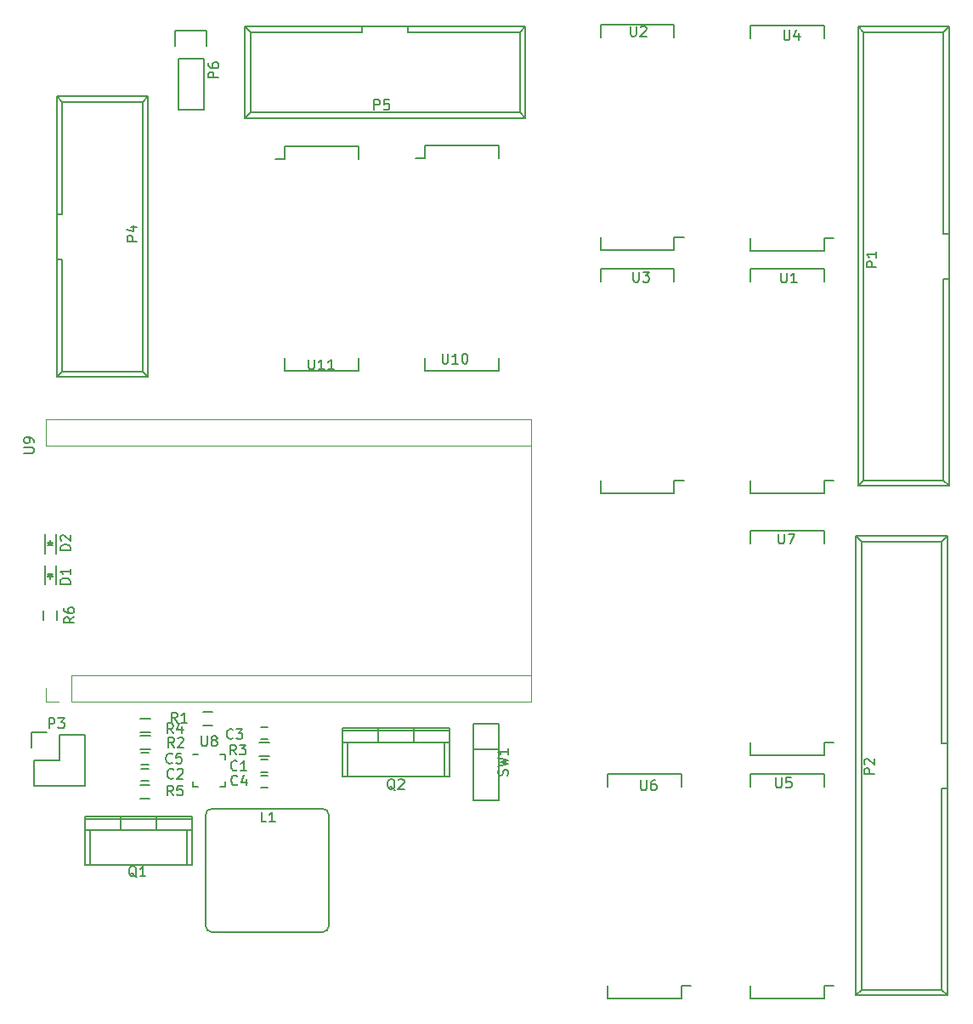
<source format=gbr>
G04 #@! TF.FileFunction,Legend,Top*
%FSLAX46Y46*%
G04 Gerber Fmt 4.6, Leading zero omitted, Abs format (unit mm)*
G04 Created by KiCad (PCBNEW 4.0.4-stable) date Mon May  7 18:27:46 2018*
%MOMM*%
%LPD*%
G01*
G04 APERTURE LIST*
%ADD10C,0.100000*%
%ADD11C,0.150000*%
%ADD12C,0.120000*%
G04 APERTURE END LIST*
D10*
D11*
X176577000Y-79248000D02*
X176577000Y-33528000D01*
X177127000Y-78708000D02*
X177127000Y-34088000D01*
X185677000Y-79248000D02*
X185677000Y-33528000D01*
X185127000Y-78708000D02*
X185127000Y-58638000D01*
X185127000Y-54138000D02*
X185127000Y-34088000D01*
X185127000Y-58638000D02*
X185677000Y-58638000D01*
X185127000Y-54138000D02*
X185677000Y-54138000D01*
X176577000Y-79248000D02*
X185677000Y-79248000D01*
X177127000Y-78708000D02*
X185127000Y-78708000D01*
X176577000Y-33528000D02*
X185677000Y-33528000D01*
X177127000Y-34088000D02*
X185127000Y-34088000D01*
X176577000Y-79248000D02*
X177127000Y-78708000D01*
X176577000Y-33528000D02*
X177127000Y-34088000D01*
X185677000Y-79248000D02*
X185127000Y-78708000D01*
X185677000Y-33528000D02*
X185127000Y-34088000D01*
X176374000Y-129972000D02*
X176374000Y-84252000D01*
X176924000Y-129432000D02*
X176924000Y-84812000D01*
X185474000Y-129972000D02*
X185474000Y-84252000D01*
X184924000Y-129432000D02*
X184924000Y-109362000D01*
X184924000Y-104862000D02*
X184924000Y-84812000D01*
X184924000Y-109362000D02*
X185474000Y-109362000D01*
X184924000Y-104862000D02*
X185474000Y-104862000D01*
X176374000Y-129972000D02*
X185474000Y-129972000D01*
X176924000Y-129432000D02*
X184924000Y-129432000D01*
X176374000Y-84252000D02*
X185474000Y-84252000D01*
X176924000Y-84812000D02*
X184924000Y-84812000D01*
X176374000Y-129972000D02*
X176924000Y-129432000D01*
X176374000Y-84252000D02*
X176924000Y-84812000D01*
X185474000Y-129972000D02*
X184924000Y-129432000D01*
X185474000Y-84252000D02*
X184924000Y-84812000D01*
X105871000Y-40462200D02*
X105871000Y-68402200D01*
X105321000Y-41002200D02*
X105321000Y-67842200D01*
X96771000Y-40462200D02*
X96771000Y-68402200D01*
X97321000Y-41002200D02*
X97321000Y-52182200D01*
X97321000Y-56682200D02*
X97321000Y-67842200D01*
X97321000Y-52182200D02*
X96771000Y-52182200D01*
X97321000Y-56682200D02*
X96771000Y-56682200D01*
X105871000Y-40462200D02*
X96771000Y-40462200D01*
X105321000Y-41002200D02*
X97321000Y-41002200D01*
X105871000Y-68402200D02*
X96771000Y-68402200D01*
X105321000Y-67842200D02*
X97321000Y-67842200D01*
X105871000Y-40462200D02*
X105321000Y-41002200D01*
X105871000Y-68402200D02*
X105321000Y-67842200D01*
X96771000Y-40462200D02*
X97321000Y-41002200D01*
X96771000Y-68402200D02*
X97321000Y-67842200D01*
X143434000Y-42624600D02*
X115494000Y-42624600D01*
X142894000Y-42074600D02*
X116054000Y-42074600D01*
X143434000Y-33524600D02*
X115494000Y-33524600D01*
X142894000Y-34074600D02*
X131714000Y-34074600D01*
X127214000Y-34074600D02*
X116054000Y-34074600D01*
X131714000Y-34074600D02*
X131714000Y-33524600D01*
X127214000Y-34074600D02*
X127214000Y-33524600D01*
X143434000Y-42624600D02*
X143434000Y-33524600D01*
X142894000Y-42074600D02*
X142894000Y-34074600D01*
X115494000Y-42624600D02*
X115494000Y-33524600D01*
X116054000Y-42074600D02*
X116054000Y-34074600D01*
X143434000Y-42624600D02*
X142894000Y-42074600D01*
X115494000Y-42624600D02*
X116054000Y-42074600D01*
X143434000Y-33524600D02*
X142894000Y-34074600D01*
X115494000Y-33524600D02*
X116054000Y-34074600D01*
X108864000Y-36753800D02*
X108864000Y-41833800D01*
X108864000Y-41833800D02*
X111404000Y-41833800D01*
X111404000Y-41833800D02*
X111404000Y-36753800D01*
X111684000Y-33933800D02*
X111684000Y-35483800D01*
X111404000Y-36753800D02*
X108864000Y-36753800D01*
X108584000Y-35483800D02*
X108584000Y-33933800D01*
X108584000Y-33933800D02*
X111684000Y-33933800D01*
X173220000Y-79993600D02*
X173220000Y-78723600D01*
X165870000Y-79993600D02*
X165870000Y-78723600D01*
X165870000Y-57623600D02*
X165870000Y-58893600D01*
X173220000Y-57623600D02*
X173220000Y-58893600D01*
X173220000Y-79993600D02*
X165870000Y-79993600D01*
X173220000Y-57623600D02*
X165870000Y-57623600D01*
X173220000Y-78723600D02*
X174155000Y-78723600D01*
X158285000Y-55736600D02*
X158285000Y-54466600D01*
X150935000Y-55736600D02*
X150935000Y-54466600D01*
X150935000Y-33366600D02*
X150935000Y-34636600D01*
X158285000Y-33366600D02*
X158285000Y-34636600D01*
X158285000Y-55736600D02*
X150935000Y-55736600D01*
X158285000Y-33366600D02*
X150935000Y-33366600D01*
X158285000Y-54466600D02*
X159220000Y-54466600D01*
X158285000Y-79968200D02*
X158285000Y-78698200D01*
X150935000Y-79968200D02*
X150935000Y-78698200D01*
X150935000Y-57598200D02*
X150935000Y-58868200D01*
X158285000Y-57598200D02*
X158285000Y-58868200D01*
X158285000Y-79968200D02*
X150935000Y-79968200D01*
X158285000Y-57598200D02*
X150935000Y-57598200D01*
X158285000Y-78698200D02*
X159220000Y-78698200D01*
X173220000Y-55812800D02*
X173220000Y-54542800D01*
X165870000Y-55812800D02*
X165870000Y-54542800D01*
X165870000Y-33442800D02*
X165870000Y-34712800D01*
X173220000Y-33442800D02*
X173220000Y-34712800D01*
X173220000Y-55812800D02*
X165870000Y-55812800D01*
X173220000Y-33442800D02*
X165870000Y-33442800D01*
X173220000Y-54542800D02*
X174155000Y-54542800D01*
X173220000Y-130311000D02*
X173220000Y-129041000D01*
X165870000Y-130311000D02*
X165870000Y-129041000D01*
X165870000Y-107941000D02*
X165870000Y-109211000D01*
X173220000Y-107941000D02*
X173220000Y-109211000D01*
X173220000Y-130311000D02*
X165870000Y-130311000D01*
X173220000Y-107941000D02*
X165870000Y-107941000D01*
X173220000Y-129041000D02*
X174155000Y-129041000D01*
X158996000Y-130260000D02*
X158996000Y-128990000D01*
X151646000Y-130260000D02*
X151646000Y-128990000D01*
X151646000Y-107890000D02*
X151646000Y-109160000D01*
X158996000Y-107890000D02*
X158996000Y-109160000D01*
X158996000Y-130260000D02*
X151646000Y-130260000D01*
X158996000Y-107890000D02*
X151646000Y-107890000D01*
X158996000Y-128990000D02*
X159931000Y-128990000D01*
X173220000Y-106054000D02*
X173220000Y-104784000D01*
X165870000Y-106054000D02*
X165870000Y-104784000D01*
X165870000Y-83684000D02*
X165870000Y-84954000D01*
X173220000Y-83684000D02*
X173220000Y-84954000D01*
X173220000Y-106054000D02*
X165870000Y-106054000D01*
X173220000Y-83684000D02*
X165870000Y-83684000D01*
X173220000Y-104784000D02*
X174155000Y-104784000D01*
X113563000Y-105944000D02*
X113563000Y-106444000D01*
X110313000Y-109194000D02*
X110313000Y-108694000D01*
X113563000Y-109194000D02*
X113563000Y-108694000D01*
X110313000Y-105944000D02*
X110813000Y-105944000D01*
X110313000Y-109194000D02*
X110813000Y-109194000D01*
X113563000Y-109194000D02*
X113063000Y-109194000D01*
X113563000Y-105944000D02*
X113063000Y-105944000D01*
D12*
X143977200Y-98094800D02*
X98267200Y-98094800D01*
X144027200Y-100694800D02*
X144027200Y-72644800D01*
X98247200Y-100694800D02*
X144027200Y-100694800D01*
X95647200Y-72634800D02*
X144027200Y-72634800D01*
X98247200Y-100694800D02*
X98247200Y-98094800D01*
X143977200Y-75234800D02*
X95647200Y-75234800D01*
X95647200Y-75234800D02*
X95647200Y-72634800D01*
X96977200Y-100694800D02*
X95647200Y-100694800D01*
X95647200Y-100694800D02*
X95647200Y-99364800D01*
D11*
X133460000Y-45380800D02*
X133460000Y-46650800D01*
X140810000Y-45380800D02*
X140810000Y-46650800D01*
X140810000Y-67750800D02*
X140810000Y-66480800D01*
X133460000Y-67750800D02*
X133460000Y-66480800D01*
X133460000Y-45380800D02*
X140810000Y-45380800D01*
X133460000Y-67750800D02*
X140810000Y-67750800D01*
X133460000Y-46650800D02*
X132525000Y-46650800D01*
X119490000Y-45431600D02*
X119490000Y-46701600D01*
X126840000Y-45431600D02*
X126840000Y-46701600D01*
X126840000Y-67801600D02*
X126840000Y-66531600D01*
X119490000Y-67801600D02*
X119490000Y-66531600D01*
X119490000Y-45431600D02*
X126840000Y-45431600D01*
X119490000Y-67801600D02*
X126840000Y-67801600D01*
X119490000Y-46701600D02*
X118555000Y-46701600D01*
X117074000Y-106512000D02*
X117774000Y-106512000D01*
X117774000Y-107712000D02*
X117074000Y-107712000D01*
X105187000Y-107426000D02*
X105887000Y-107426000D01*
X105887000Y-108626000D02*
X105187000Y-108626000D01*
X117800000Y-104461000D02*
X117100000Y-104461000D01*
X117100000Y-103261000D02*
X117800000Y-103261000D01*
X117774000Y-109261000D02*
X117074000Y-109261000D01*
X117074000Y-108061000D02*
X117774000Y-108061000D01*
X105187000Y-105826000D02*
X105887000Y-105826000D01*
X105887000Y-107026000D02*
X105187000Y-107026000D01*
X123229000Y-111376000D02*
X112229000Y-111376000D01*
X112229000Y-123676000D02*
X123229000Y-123676000D01*
X123229000Y-123676000D02*
G75*
G03X123879000Y-123026000I0J650000D01*
G01*
X123879000Y-112026000D02*
G75*
G03X123229000Y-111376000I-650000J0D01*
G01*
X123879000Y-112026000D02*
X123879000Y-123026000D01*
X111579000Y-123026000D02*
G75*
G03X112229000Y-123676000I650000J0D01*
G01*
X111579000Y-112026000D02*
X111579000Y-123026000D01*
X112229000Y-111376000D02*
G75*
G03X111579000Y-112026000I0J-650000D01*
G01*
X109703000Y-113513000D02*
X109703000Y-116942000D01*
X100051000Y-113513000D02*
X100051000Y-116942000D01*
X110211000Y-112370000D02*
X99543000Y-112370000D01*
X106655000Y-113386000D02*
X106655000Y-112116000D01*
X103099000Y-113386000D02*
X103099000Y-112116000D01*
X99543000Y-113513000D02*
X110211000Y-113513000D01*
X110211000Y-116942000D02*
X99543000Y-116942000D01*
X99543000Y-112116000D02*
X99543000Y-116942000D01*
X110211000Y-112116000D02*
X110211000Y-116942000D01*
X110211000Y-112116000D02*
X99543000Y-112116000D01*
X135407000Y-104775000D02*
X135407000Y-108204000D01*
X125755000Y-104775000D02*
X125755000Y-108204000D01*
X135915000Y-103632000D02*
X125247000Y-103632000D01*
X132359000Y-104648000D02*
X132359000Y-103378000D01*
X128803000Y-104648000D02*
X128803000Y-103378000D01*
X125247000Y-104775000D02*
X135915000Y-104775000D01*
X135915000Y-108204000D02*
X125247000Y-108204000D01*
X125247000Y-103378000D02*
X125247000Y-108204000D01*
X135915000Y-103378000D02*
X135915000Y-108204000D01*
X135915000Y-103378000D02*
X125247000Y-103378000D01*
X111311000Y-101712000D02*
X112311000Y-101712000D01*
X112311000Y-103062000D02*
X111311000Y-103062000D01*
X105062000Y-104125000D02*
X106062000Y-104125000D01*
X106062000Y-105475000D02*
X105062000Y-105475000D01*
X117924000Y-106161000D02*
X116924000Y-106161000D01*
X116924000Y-104811000D02*
X117924000Y-104811000D01*
X105062000Y-102449000D02*
X106062000Y-102449000D01*
X106062000Y-103799000D02*
X105062000Y-103799000D01*
X106037000Y-110352000D02*
X105037000Y-110352000D01*
X105037000Y-109002000D02*
X106037000Y-109002000D01*
X95464000Y-92625800D02*
X95464000Y-91625800D01*
X96814000Y-91625800D02*
X96814000Y-92625800D01*
X138227000Y-102921000D02*
X140767000Y-102921000D01*
X140767000Y-102921000D02*
X140767000Y-110541000D01*
X140767000Y-110541000D02*
X138227000Y-110541000D01*
X138227000Y-110541000D02*
X138227000Y-102921000D01*
X140767000Y-105461000D02*
X138227000Y-105461000D01*
X95589000Y-87165000D02*
X95589000Y-89065000D01*
X96689000Y-87165000D02*
X96689000Y-89065000D01*
X96139000Y-88065000D02*
X96139000Y-88515000D01*
X96389000Y-88015000D02*
X95889000Y-88015000D01*
X96139000Y-88015000D02*
X96389000Y-88265000D01*
X96389000Y-88265000D02*
X95889000Y-88265000D01*
X95889000Y-88265000D02*
X96139000Y-88015000D01*
X96689000Y-85986800D02*
X96689000Y-84086800D01*
X95589000Y-85986800D02*
X95589000Y-84086800D01*
X96139000Y-85086800D02*
X96139000Y-84636800D01*
X95889000Y-85136800D02*
X96389000Y-85136800D01*
X96139000Y-85136800D02*
X95889000Y-84886800D01*
X95889000Y-84886800D02*
X96389000Y-84886800D01*
X96389000Y-84886800D02*
X96139000Y-85136800D01*
X94233400Y-105283000D02*
X94233400Y-103733000D01*
X95783400Y-103733000D02*
X94233400Y-103733000D01*
X94513400Y-106553000D02*
X97053400Y-106553000D01*
X97053400Y-106553000D02*
X97053400Y-104013000D01*
X97053400Y-104013000D02*
X99593400Y-104013000D01*
X99593400Y-104013000D02*
X99593400Y-109093000D01*
X99593400Y-109093000D02*
X94513400Y-109093000D01*
X94513400Y-109093000D02*
X94513400Y-106553000D01*
X178429781Y-57456295D02*
X177429781Y-57456295D01*
X177429781Y-57075342D01*
X177477400Y-56980104D01*
X177525019Y-56932485D01*
X177620257Y-56884866D01*
X177763114Y-56884866D01*
X177858352Y-56932485D01*
X177905971Y-56980104D01*
X177953590Y-57075342D01*
X177953590Y-57456295D01*
X178429781Y-55932485D02*
X178429781Y-56503914D01*
X178429781Y-56218200D02*
X177429781Y-56218200D01*
X177572638Y-56313438D01*
X177667876Y-56408676D01*
X177715495Y-56503914D01*
X178201381Y-107926295D02*
X177201381Y-107926295D01*
X177201381Y-107545342D01*
X177249000Y-107450104D01*
X177296619Y-107402485D01*
X177391857Y-107354866D01*
X177534714Y-107354866D01*
X177629952Y-107402485D01*
X177677571Y-107450104D01*
X177725190Y-107545342D01*
X177725190Y-107926295D01*
X177296619Y-106973914D02*
X177249000Y-106926295D01*
X177201381Y-106831057D01*
X177201381Y-106592961D01*
X177249000Y-106497723D01*
X177296619Y-106450104D01*
X177391857Y-106402485D01*
X177487095Y-106402485D01*
X177629952Y-106450104D01*
X178201381Y-107021533D01*
X178201381Y-106402485D01*
X104770581Y-54890895D02*
X103770581Y-54890895D01*
X103770581Y-54509942D01*
X103818200Y-54414704D01*
X103865819Y-54367085D01*
X103961057Y-54319466D01*
X104103914Y-54319466D01*
X104199152Y-54367085D01*
X104246771Y-54414704D01*
X104294390Y-54509942D01*
X104294390Y-54890895D01*
X104103914Y-53462323D02*
X104770581Y-53462323D01*
X103722962Y-53700419D02*
X104437248Y-53938514D01*
X104437248Y-53319466D01*
X128395705Y-41803581D02*
X128395705Y-40803581D01*
X128776658Y-40803581D01*
X128871896Y-40851200D01*
X128919515Y-40898819D01*
X128967134Y-40994057D01*
X128967134Y-41136914D01*
X128919515Y-41232152D01*
X128871896Y-41279771D01*
X128776658Y-41327390D01*
X128395705Y-41327390D01*
X129871896Y-40803581D02*
X129395705Y-40803581D01*
X129348086Y-41279771D01*
X129395705Y-41232152D01*
X129490943Y-41184533D01*
X129729039Y-41184533D01*
X129824277Y-41232152D01*
X129871896Y-41279771D01*
X129919515Y-41375010D01*
X129919515Y-41613105D01*
X129871896Y-41708343D01*
X129824277Y-41755962D01*
X129729039Y-41803581D01*
X129490943Y-41803581D01*
X129395705Y-41755962D01*
X129348086Y-41708343D01*
X112872381Y-38609495D02*
X111872381Y-38609495D01*
X111872381Y-38228542D01*
X111920000Y-38133304D01*
X111967619Y-38085685D01*
X112062857Y-38038066D01*
X112205714Y-38038066D01*
X112300952Y-38085685D01*
X112348571Y-38133304D01*
X112396190Y-38228542D01*
X112396190Y-38609495D01*
X111872381Y-37180923D02*
X111872381Y-37371400D01*
X111920000Y-37466638D01*
X111967619Y-37514257D01*
X112110476Y-37609495D01*
X112300952Y-37657114D01*
X112681905Y-37657114D01*
X112777143Y-37609495D01*
X112824762Y-37561876D01*
X112872381Y-37466638D01*
X112872381Y-37276161D01*
X112824762Y-37180923D01*
X112777143Y-37133304D01*
X112681905Y-37085685D01*
X112443810Y-37085685D01*
X112348571Y-37133304D01*
X112300952Y-37180923D01*
X112253333Y-37276161D01*
X112253333Y-37466638D01*
X112300952Y-37561876D01*
X112348571Y-37609495D01*
X112443810Y-37657114D01*
X168935495Y-58024781D02*
X168935495Y-58834305D01*
X168983114Y-58929543D01*
X169030733Y-58977162D01*
X169125971Y-59024781D01*
X169316448Y-59024781D01*
X169411686Y-58977162D01*
X169459305Y-58929543D01*
X169506924Y-58834305D01*
X169506924Y-58024781D01*
X170506924Y-59024781D02*
X169935495Y-59024781D01*
X170221209Y-59024781D02*
X170221209Y-58024781D01*
X170125971Y-58167638D01*
X170030733Y-58262876D01*
X169935495Y-58310495D01*
X153924295Y-33488381D02*
X153924295Y-34297905D01*
X153971914Y-34393143D01*
X154019533Y-34440762D01*
X154114771Y-34488381D01*
X154305248Y-34488381D01*
X154400486Y-34440762D01*
X154448105Y-34393143D01*
X154495724Y-34297905D01*
X154495724Y-33488381D01*
X154924295Y-33583619D02*
X154971914Y-33536000D01*
X155067152Y-33488381D01*
X155305248Y-33488381D01*
X155400486Y-33536000D01*
X155448105Y-33583619D01*
X155495724Y-33678857D01*
X155495724Y-33774095D01*
X155448105Y-33916952D01*
X154876676Y-34488381D01*
X155495724Y-34488381D01*
X154203695Y-57948581D02*
X154203695Y-58758105D01*
X154251314Y-58853343D01*
X154298933Y-58900962D01*
X154394171Y-58948581D01*
X154584648Y-58948581D01*
X154679886Y-58900962D01*
X154727505Y-58853343D01*
X154775124Y-58758105D01*
X154775124Y-57948581D01*
X155156076Y-57948581D02*
X155775124Y-57948581D01*
X155441790Y-58329533D01*
X155584648Y-58329533D01*
X155679886Y-58377152D01*
X155727505Y-58424771D01*
X155775124Y-58520010D01*
X155775124Y-58758105D01*
X155727505Y-58853343D01*
X155679886Y-58900962D01*
X155584648Y-58948581D01*
X155298933Y-58948581D01*
X155203695Y-58900962D01*
X155156076Y-58853343D01*
X169214895Y-33869381D02*
X169214895Y-34678905D01*
X169262514Y-34774143D01*
X169310133Y-34821762D01*
X169405371Y-34869381D01*
X169595848Y-34869381D01*
X169691086Y-34821762D01*
X169738705Y-34774143D01*
X169786324Y-34678905D01*
X169786324Y-33869381D01*
X170691086Y-34202714D02*
X170691086Y-34869381D01*
X170452990Y-33821762D02*
X170214895Y-34536048D01*
X170833943Y-34536048D01*
X168402095Y-108291381D02*
X168402095Y-109100905D01*
X168449714Y-109196143D01*
X168497333Y-109243762D01*
X168592571Y-109291381D01*
X168783048Y-109291381D01*
X168878286Y-109243762D01*
X168925905Y-109196143D01*
X168973524Y-109100905D01*
X168973524Y-108291381D01*
X169925905Y-108291381D02*
X169449714Y-108291381D01*
X169402095Y-108767571D01*
X169449714Y-108719952D01*
X169544952Y-108672333D01*
X169783048Y-108672333D01*
X169878286Y-108719952D01*
X169925905Y-108767571D01*
X169973524Y-108862810D01*
X169973524Y-109100905D01*
X169925905Y-109196143D01*
X169878286Y-109243762D01*
X169783048Y-109291381D01*
X169544952Y-109291381D01*
X169449714Y-109243762D01*
X169402095Y-109196143D01*
X154940095Y-108545181D02*
X154940095Y-109354705D01*
X154987714Y-109449943D01*
X155035333Y-109497562D01*
X155130571Y-109545181D01*
X155321048Y-109545181D01*
X155416286Y-109497562D01*
X155463905Y-109449943D01*
X155511524Y-109354705D01*
X155511524Y-108545181D01*
X156416286Y-108545181D02*
X156225809Y-108545181D01*
X156130571Y-108592800D01*
X156082952Y-108640419D01*
X155987714Y-108783276D01*
X155940095Y-108973752D01*
X155940095Y-109354705D01*
X155987714Y-109449943D01*
X156035333Y-109497562D01*
X156130571Y-109545181D01*
X156321048Y-109545181D01*
X156416286Y-109497562D01*
X156463905Y-109449943D01*
X156511524Y-109354705D01*
X156511524Y-109116610D01*
X156463905Y-109021371D01*
X156416286Y-108973752D01*
X156321048Y-108926133D01*
X156130571Y-108926133D01*
X156035333Y-108973752D01*
X155987714Y-109021371D01*
X155940095Y-109116610D01*
X168681495Y-84008981D02*
X168681495Y-84818505D01*
X168729114Y-84913743D01*
X168776733Y-84961362D01*
X168871971Y-85008981D01*
X169062448Y-85008981D01*
X169157686Y-84961362D01*
X169205305Y-84913743D01*
X169252924Y-84818505D01*
X169252924Y-84008981D01*
X169633876Y-84008981D02*
X170300543Y-84008981D01*
X169871971Y-85008981D01*
X111176095Y-104146381D02*
X111176095Y-104955905D01*
X111223714Y-105051143D01*
X111271333Y-105098762D01*
X111366571Y-105146381D01*
X111557048Y-105146381D01*
X111652286Y-105098762D01*
X111699905Y-105051143D01*
X111747524Y-104955905D01*
X111747524Y-104146381D01*
X112366571Y-104574952D02*
X112271333Y-104527333D01*
X112223714Y-104479714D01*
X112176095Y-104384476D01*
X112176095Y-104336857D01*
X112223714Y-104241619D01*
X112271333Y-104194000D01*
X112366571Y-104146381D01*
X112557048Y-104146381D01*
X112652286Y-104194000D01*
X112699905Y-104241619D01*
X112747524Y-104336857D01*
X112747524Y-104384476D01*
X112699905Y-104479714D01*
X112652286Y-104527333D01*
X112557048Y-104574952D01*
X112366571Y-104574952D01*
X112271333Y-104622571D01*
X112223714Y-104670190D01*
X112176095Y-104765429D01*
X112176095Y-104955905D01*
X112223714Y-105051143D01*
X112271333Y-105098762D01*
X112366571Y-105146381D01*
X112557048Y-105146381D01*
X112652286Y-105098762D01*
X112699905Y-105051143D01*
X112747524Y-104955905D01*
X112747524Y-104765429D01*
X112699905Y-104670190D01*
X112652286Y-104622571D01*
X112557048Y-104574952D01*
X93489581Y-75986705D02*
X94299105Y-75986705D01*
X94394343Y-75939086D01*
X94441962Y-75891467D01*
X94489581Y-75796229D01*
X94489581Y-75605752D01*
X94441962Y-75510514D01*
X94394343Y-75462895D01*
X94299105Y-75415276D01*
X93489581Y-75415276D01*
X94489581Y-74891467D02*
X94489581Y-74700991D01*
X94441962Y-74605752D01*
X94394343Y-74558133D01*
X94251486Y-74462895D01*
X94061010Y-74415276D01*
X93680057Y-74415276D01*
X93584819Y-74462895D01*
X93537200Y-74510514D01*
X93489581Y-74605752D01*
X93489581Y-74796229D01*
X93537200Y-74891467D01*
X93584819Y-74939086D01*
X93680057Y-74986705D01*
X93918152Y-74986705D01*
X94013390Y-74939086D01*
X94061010Y-74891467D01*
X94108629Y-74796229D01*
X94108629Y-74605752D01*
X94061010Y-74510514D01*
X94013390Y-74462895D01*
X93918152Y-74415276D01*
X135185705Y-66076581D02*
X135185705Y-66886105D01*
X135233324Y-66981343D01*
X135280943Y-67028962D01*
X135376181Y-67076581D01*
X135566658Y-67076581D01*
X135661896Y-67028962D01*
X135709515Y-66981343D01*
X135757134Y-66886105D01*
X135757134Y-66076581D01*
X136757134Y-67076581D02*
X136185705Y-67076581D01*
X136471419Y-67076581D02*
X136471419Y-66076581D01*
X136376181Y-66219438D01*
X136280943Y-66314676D01*
X136185705Y-66362295D01*
X137376181Y-66076581D02*
X137471420Y-66076581D01*
X137566658Y-66124200D01*
X137614277Y-66171819D01*
X137661896Y-66267057D01*
X137709515Y-66457533D01*
X137709515Y-66695629D01*
X137661896Y-66886105D01*
X137614277Y-66981343D01*
X137566658Y-67028962D01*
X137471420Y-67076581D01*
X137376181Y-67076581D01*
X137280943Y-67028962D01*
X137233324Y-66981343D01*
X137185705Y-66886105D01*
X137138086Y-66695629D01*
X137138086Y-66457533D01*
X137185705Y-66267057D01*
X137233324Y-66171819D01*
X137280943Y-66124200D01*
X137376181Y-66076581D01*
X121850705Y-66660781D02*
X121850705Y-67470305D01*
X121898324Y-67565543D01*
X121945943Y-67613162D01*
X122041181Y-67660781D01*
X122231658Y-67660781D01*
X122326896Y-67613162D01*
X122374515Y-67565543D01*
X122422134Y-67470305D01*
X122422134Y-66660781D01*
X123422134Y-67660781D02*
X122850705Y-67660781D01*
X123136419Y-67660781D02*
X123136419Y-66660781D01*
X123041181Y-66803638D01*
X122945943Y-66898876D01*
X122850705Y-66946495D01*
X124374515Y-67660781D02*
X123803086Y-67660781D01*
X124088800Y-67660781D02*
X124088800Y-66660781D01*
X123993562Y-66803638D01*
X123898324Y-66898876D01*
X123803086Y-66946495D01*
X114717334Y-107494543D02*
X114669715Y-107542162D01*
X114526858Y-107589781D01*
X114431620Y-107589781D01*
X114288762Y-107542162D01*
X114193524Y-107446924D01*
X114145905Y-107351686D01*
X114098286Y-107161210D01*
X114098286Y-107018352D01*
X114145905Y-106827876D01*
X114193524Y-106732638D01*
X114288762Y-106637400D01*
X114431620Y-106589781D01*
X114526858Y-106589781D01*
X114669715Y-106637400D01*
X114717334Y-106685019D01*
X115669715Y-107589781D02*
X115098286Y-107589781D01*
X115384000Y-107589781D02*
X115384000Y-106589781D01*
X115288762Y-106732638D01*
X115193524Y-106827876D01*
X115098286Y-106875495D01*
X108392934Y-108306943D02*
X108345315Y-108354562D01*
X108202458Y-108402181D01*
X108107220Y-108402181D01*
X107964362Y-108354562D01*
X107869124Y-108259324D01*
X107821505Y-108164086D01*
X107773886Y-107973610D01*
X107773886Y-107830752D01*
X107821505Y-107640276D01*
X107869124Y-107545038D01*
X107964362Y-107449800D01*
X108107220Y-107402181D01*
X108202458Y-107402181D01*
X108345315Y-107449800D01*
X108392934Y-107497419D01*
X108773886Y-107497419D02*
X108821505Y-107449800D01*
X108916743Y-107402181D01*
X109154839Y-107402181D01*
X109250077Y-107449800D01*
X109297696Y-107497419D01*
X109345315Y-107592657D01*
X109345315Y-107687895D01*
X109297696Y-107830752D01*
X108726267Y-108402181D01*
X109345315Y-108402181D01*
X114311534Y-104345143D02*
X114263915Y-104392762D01*
X114121058Y-104440381D01*
X114025820Y-104440381D01*
X113882962Y-104392762D01*
X113787724Y-104297524D01*
X113740105Y-104202286D01*
X113692486Y-104011810D01*
X113692486Y-103868952D01*
X113740105Y-103678476D01*
X113787724Y-103583238D01*
X113882962Y-103488000D01*
X114025820Y-103440381D01*
X114121058Y-103440381D01*
X114263915Y-103488000D01*
X114311534Y-103535619D01*
X114644867Y-103440381D02*
X115263915Y-103440381D01*
X114930581Y-103821333D01*
X115073439Y-103821333D01*
X115168677Y-103868952D01*
X115216296Y-103916571D01*
X115263915Y-104011810D01*
X115263915Y-104249905D01*
X115216296Y-104345143D01*
X115168677Y-104392762D01*
X115073439Y-104440381D01*
X114787724Y-104440381D01*
X114692486Y-104392762D01*
X114644867Y-104345143D01*
X114768134Y-108967343D02*
X114720515Y-109014962D01*
X114577658Y-109062581D01*
X114482420Y-109062581D01*
X114339562Y-109014962D01*
X114244324Y-108919724D01*
X114196705Y-108824486D01*
X114149086Y-108634010D01*
X114149086Y-108491152D01*
X114196705Y-108300676D01*
X114244324Y-108205438D01*
X114339562Y-108110200D01*
X114482420Y-108062581D01*
X114577658Y-108062581D01*
X114720515Y-108110200D01*
X114768134Y-108157819D01*
X115625277Y-108395914D02*
X115625277Y-109062581D01*
X115387181Y-108014962D02*
X115149086Y-108729248D01*
X115768134Y-108729248D01*
X108265934Y-106783143D02*
X108218315Y-106830762D01*
X108075458Y-106878381D01*
X107980220Y-106878381D01*
X107837362Y-106830762D01*
X107742124Y-106735524D01*
X107694505Y-106640286D01*
X107646886Y-106449810D01*
X107646886Y-106306952D01*
X107694505Y-106116476D01*
X107742124Y-106021238D01*
X107837362Y-105926000D01*
X107980220Y-105878381D01*
X108075458Y-105878381D01*
X108218315Y-105926000D01*
X108265934Y-105973619D01*
X109170696Y-105878381D02*
X108694505Y-105878381D01*
X108646886Y-106354571D01*
X108694505Y-106306952D01*
X108789743Y-106259333D01*
X109027839Y-106259333D01*
X109123077Y-106306952D01*
X109170696Y-106354571D01*
X109218315Y-106449810D01*
X109218315Y-106687905D01*
X109170696Y-106783143D01*
X109123077Y-106830762D01*
X109027839Y-106878381D01*
X108789743Y-106878381D01*
X108694505Y-106830762D01*
X108646886Y-106783143D01*
X117638534Y-112695181D02*
X117162343Y-112695181D01*
X117162343Y-111695181D01*
X118495677Y-112695181D02*
X117924248Y-112695181D01*
X118209962Y-112695181D02*
X118209962Y-111695181D01*
X118114724Y-111838038D01*
X118019486Y-111933276D01*
X117924248Y-111980895D01*
X104705562Y-118200819D02*
X104610324Y-118153200D01*
X104515086Y-118057962D01*
X104372229Y-117915105D01*
X104276990Y-117867486D01*
X104181752Y-117867486D01*
X104229371Y-118105581D02*
X104134133Y-118057962D01*
X104038895Y-117962724D01*
X103991276Y-117772248D01*
X103991276Y-117438914D01*
X104038895Y-117248438D01*
X104134133Y-117153200D01*
X104229371Y-117105581D01*
X104419848Y-117105581D01*
X104515086Y-117153200D01*
X104610324Y-117248438D01*
X104657943Y-117438914D01*
X104657943Y-117772248D01*
X104610324Y-117962724D01*
X104515086Y-118057962D01*
X104419848Y-118105581D01*
X104229371Y-118105581D01*
X105610324Y-118105581D02*
X105038895Y-118105581D01*
X105324609Y-118105581D02*
X105324609Y-117105581D01*
X105229371Y-117248438D01*
X105134133Y-117343676D01*
X105038895Y-117391295D01*
X130460362Y-109539019D02*
X130365124Y-109491400D01*
X130269886Y-109396162D01*
X130127029Y-109253305D01*
X130031790Y-109205686D01*
X129936552Y-109205686D01*
X129984171Y-109443781D02*
X129888933Y-109396162D01*
X129793695Y-109300924D01*
X129746076Y-109110448D01*
X129746076Y-108777114D01*
X129793695Y-108586638D01*
X129888933Y-108491400D01*
X129984171Y-108443781D01*
X130174648Y-108443781D01*
X130269886Y-108491400D01*
X130365124Y-108586638D01*
X130412743Y-108777114D01*
X130412743Y-109110448D01*
X130365124Y-109300924D01*
X130269886Y-109396162D01*
X130174648Y-109443781D01*
X129984171Y-109443781D01*
X130793695Y-108539019D02*
X130841314Y-108491400D01*
X130936552Y-108443781D01*
X131174648Y-108443781D01*
X131269886Y-108491400D01*
X131317505Y-108539019D01*
X131365124Y-108634257D01*
X131365124Y-108729495D01*
X131317505Y-108872352D01*
X130746076Y-109443781D01*
X131365124Y-109443781D01*
X108774134Y-102813981D02*
X108440800Y-102337790D01*
X108202705Y-102813981D02*
X108202705Y-101813981D01*
X108583658Y-101813981D01*
X108678896Y-101861600D01*
X108726515Y-101909219D01*
X108774134Y-102004457D01*
X108774134Y-102147314D01*
X108726515Y-102242552D01*
X108678896Y-102290171D01*
X108583658Y-102337790D01*
X108202705Y-102337790D01*
X109726515Y-102813981D02*
X109155086Y-102813981D01*
X109440800Y-102813981D02*
X109440800Y-101813981D01*
X109345562Y-101956838D01*
X109250324Y-102052076D01*
X109155086Y-102099695D01*
X108443334Y-105277781D02*
X108110000Y-104801590D01*
X107871905Y-105277781D02*
X107871905Y-104277781D01*
X108252858Y-104277781D01*
X108348096Y-104325400D01*
X108395715Y-104373019D01*
X108443334Y-104468257D01*
X108443334Y-104611114D01*
X108395715Y-104706352D01*
X108348096Y-104753971D01*
X108252858Y-104801590D01*
X107871905Y-104801590D01*
X108824286Y-104373019D02*
X108871905Y-104325400D01*
X108967143Y-104277781D01*
X109205239Y-104277781D01*
X109300477Y-104325400D01*
X109348096Y-104373019D01*
X109395715Y-104468257D01*
X109395715Y-104563495D01*
X109348096Y-104706352D01*
X108776667Y-105277781D01*
X109395715Y-105277781D01*
X114641134Y-106014581D02*
X114307800Y-105538390D01*
X114069705Y-106014581D02*
X114069705Y-105014581D01*
X114450658Y-105014581D01*
X114545896Y-105062200D01*
X114593515Y-105109819D01*
X114641134Y-105205057D01*
X114641134Y-105347914D01*
X114593515Y-105443152D01*
X114545896Y-105490771D01*
X114450658Y-105538390D01*
X114069705Y-105538390D01*
X114974467Y-105014581D02*
X115593515Y-105014581D01*
X115260181Y-105395533D01*
X115403039Y-105395533D01*
X115498277Y-105443152D01*
X115545896Y-105490771D01*
X115593515Y-105586010D01*
X115593515Y-105824105D01*
X115545896Y-105919343D01*
X115498277Y-105966962D01*
X115403039Y-106014581D01*
X115117324Y-106014581D01*
X115022086Y-105966962D01*
X114974467Y-105919343D01*
X108367134Y-103881181D02*
X108033800Y-103404990D01*
X107795705Y-103881181D02*
X107795705Y-102881181D01*
X108176658Y-102881181D01*
X108271896Y-102928800D01*
X108319515Y-102976419D01*
X108367134Y-103071657D01*
X108367134Y-103214514D01*
X108319515Y-103309752D01*
X108271896Y-103357371D01*
X108176658Y-103404990D01*
X107795705Y-103404990D01*
X109224277Y-103214514D02*
X109224277Y-103881181D01*
X108986181Y-102833562D02*
X108748086Y-103547848D01*
X109367134Y-103547848D01*
X108367534Y-110078581D02*
X108034200Y-109602390D01*
X107796105Y-110078581D02*
X107796105Y-109078581D01*
X108177058Y-109078581D01*
X108272296Y-109126200D01*
X108319915Y-109173819D01*
X108367534Y-109269057D01*
X108367534Y-109411914D01*
X108319915Y-109507152D01*
X108272296Y-109554771D01*
X108177058Y-109602390D01*
X107796105Y-109602390D01*
X109272296Y-109078581D02*
X108796105Y-109078581D01*
X108748486Y-109554771D01*
X108796105Y-109507152D01*
X108891343Y-109459533D01*
X109129439Y-109459533D01*
X109224677Y-109507152D01*
X109272296Y-109554771D01*
X109319915Y-109650010D01*
X109319915Y-109888105D01*
X109272296Y-109983343D01*
X109224677Y-110030962D01*
X109129439Y-110078581D01*
X108891343Y-110078581D01*
X108796105Y-110030962D01*
X108748486Y-109983343D01*
X98491381Y-92292466D02*
X98015190Y-92625800D01*
X98491381Y-92863895D02*
X97491381Y-92863895D01*
X97491381Y-92482942D01*
X97539000Y-92387704D01*
X97586619Y-92340085D01*
X97681857Y-92292466D01*
X97824714Y-92292466D01*
X97919952Y-92340085D01*
X97967571Y-92387704D01*
X98015190Y-92482942D01*
X98015190Y-92863895D01*
X97491381Y-91435323D02*
X97491381Y-91625800D01*
X97539000Y-91721038D01*
X97586619Y-91768657D01*
X97729476Y-91863895D01*
X97919952Y-91911514D01*
X98300905Y-91911514D01*
X98396143Y-91863895D01*
X98443762Y-91816276D01*
X98491381Y-91721038D01*
X98491381Y-91530561D01*
X98443762Y-91435323D01*
X98396143Y-91387704D01*
X98300905Y-91340085D01*
X98062810Y-91340085D01*
X97967571Y-91387704D01*
X97919952Y-91435323D01*
X97872333Y-91530561D01*
X97872333Y-91721038D01*
X97919952Y-91816276D01*
X97967571Y-91863895D01*
X98062810Y-91911514D01*
X141679762Y-108064333D02*
X141727381Y-107921476D01*
X141727381Y-107683380D01*
X141679762Y-107588142D01*
X141632143Y-107540523D01*
X141536905Y-107492904D01*
X141441667Y-107492904D01*
X141346429Y-107540523D01*
X141298810Y-107588142D01*
X141251190Y-107683380D01*
X141203571Y-107873857D01*
X141155952Y-107969095D01*
X141108333Y-108016714D01*
X141013095Y-108064333D01*
X140917857Y-108064333D01*
X140822619Y-108016714D01*
X140775000Y-107969095D01*
X140727381Y-107873857D01*
X140727381Y-107635761D01*
X140775000Y-107492904D01*
X140727381Y-107159571D02*
X141727381Y-106921476D01*
X141013095Y-106730999D01*
X141727381Y-106540523D01*
X140727381Y-106302428D01*
X141727381Y-105397666D02*
X141727381Y-105969095D01*
X141727381Y-105683381D02*
X140727381Y-105683381D01*
X140870238Y-105778619D01*
X140965476Y-105873857D01*
X141013095Y-105969095D01*
X98091381Y-89003095D02*
X97091381Y-89003095D01*
X97091381Y-88765000D01*
X97139000Y-88622142D01*
X97234238Y-88526904D01*
X97329476Y-88479285D01*
X97519952Y-88431666D01*
X97662810Y-88431666D01*
X97853286Y-88479285D01*
X97948524Y-88526904D01*
X98043762Y-88622142D01*
X98091381Y-88765000D01*
X98091381Y-89003095D01*
X98091381Y-87479285D02*
X98091381Y-88050714D01*
X98091381Y-87765000D02*
X97091381Y-87765000D01*
X97234238Y-87860238D01*
X97329476Y-87955476D01*
X97377095Y-88050714D01*
X98115381Y-85650295D02*
X97115381Y-85650295D01*
X97115381Y-85412200D01*
X97163000Y-85269342D01*
X97258238Y-85174104D01*
X97353476Y-85126485D01*
X97543952Y-85078866D01*
X97686810Y-85078866D01*
X97877286Y-85126485D01*
X97972524Y-85174104D01*
X98067762Y-85269342D01*
X98115381Y-85412200D01*
X98115381Y-85650295D01*
X97210619Y-84697914D02*
X97163000Y-84650295D01*
X97115381Y-84555057D01*
X97115381Y-84316961D01*
X97163000Y-84221723D01*
X97210619Y-84174104D01*
X97305857Y-84126485D01*
X97401095Y-84126485D01*
X97543952Y-84174104D01*
X98115381Y-84745533D01*
X98115381Y-84126485D01*
X95985105Y-103373181D02*
X95985105Y-102373181D01*
X96366058Y-102373181D01*
X96461296Y-102420800D01*
X96508915Y-102468419D01*
X96556534Y-102563657D01*
X96556534Y-102706514D01*
X96508915Y-102801752D01*
X96461296Y-102849371D01*
X96366058Y-102896990D01*
X95985105Y-102896990D01*
X96889867Y-102373181D02*
X97508915Y-102373181D01*
X97175581Y-102754133D01*
X97318439Y-102754133D01*
X97413677Y-102801752D01*
X97461296Y-102849371D01*
X97508915Y-102944610D01*
X97508915Y-103182705D01*
X97461296Y-103277943D01*
X97413677Y-103325562D01*
X97318439Y-103373181D01*
X97032724Y-103373181D01*
X96937486Y-103325562D01*
X96889867Y-103277943D01*
M02*

</source>
